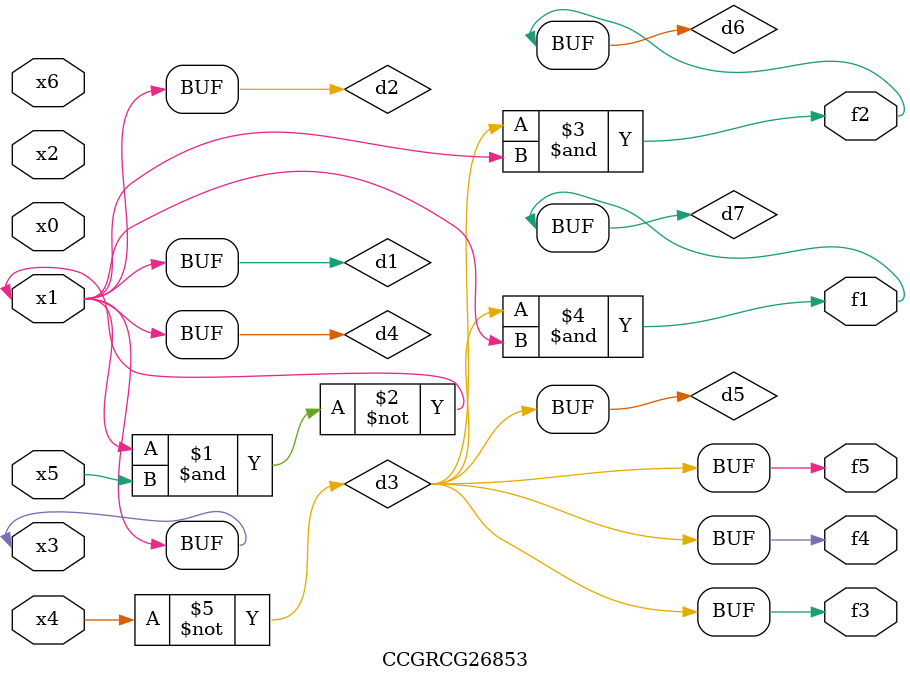
<source format=v>
module CCGRCG26853(
	input x0, x1, x2, x3, x4, x5, x6,
	output f1, f2, f3, f4, f5
);

	wire d1, d2, d3, d4, d5, d6, d7;

	buf (d1, x1, x3);
	nand (d2, x1, x5);
	not (d3, x4);
	buf (d4, d1, d2);
	buf (d5, d3);
	and (d6, d3, d4);
	and (d7, d3, d4);
	assign f1 = d7;
	assign f2 = d6;
	assign f3 = d5;
	assign f4 = d5;
	assign f5 = d5;
endmodule

</source>
